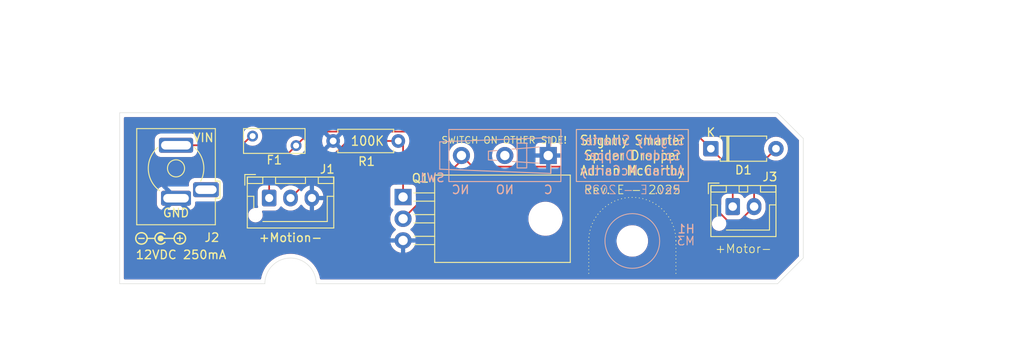
<source format=kicad_pcb>
(kicad_pcb (version 20241229) (generator "pcbnew") (generator_version "9.0")
  (title_block (title "Slightly Smarter Simple Spider Dropper") (date "2025-08-28") (rev "E") (company "Adrian McCarthy") (comment 1 "Improved clearance around J2 and J3") (comment 2 "Changed J2 to JST XH connector") (comment 3 "Added current-limiting resistor at base of Q2") (comment 4 "Switched to MOSFET design") (comment 5 "Changed index notch and added a mounting screw") (comment 6 "corrected footprint for power connector") (comment 7 "nudged diode away from corner"))
  (layers (0 "F.Cu" signal) (2 "B.Cu" signal) (13 "F.Paste" user) (15 "B.Paste" user) (5 "F.SilkS" user "F.Silkscreen") (7 "B.SilkS" user "B.Silkscreen") (1 "F.Mask" user) (3 "B.Mask" user) (25 "Edge.Cuts" user))
  (net 0 "")
  (net 1 "+12V")
  (net 2 "GND")
  (net 4 "/MOTOR+")
  (net 5 "/MOTOR-")
  (net 6 "/MOTION")
  (footprint "Diode_THT:D_A-405_P7.62mm_Horizontal" (layer "F.Cu") (at 179.09 102.5)
    (property "Reference" "D1" (at 3.81 2.5 0) (layer "F.SilkS"))
    (property "Value" "1N4001")
    (fp_line (start 1.09 -1.47) (end 6.53 -1.47) (stroke (width 0.12)) (layer "F.SilkS"))
    (fp_line (start 1.09 -1.14) (end 1.09 -1.47) (stroke (width 0.12)) (layer "F.SilkS"))
    (fp_line (start 1.09 1.14) (end 1.09 1.47) (stroke (width 0.12)) (layer "F.SilkS"))
    (fp_line (start 1.09 1.47) (end 6.53 1.47) (stroke (width 0.12)) (layer "F.SilkS"))
    (fp_line (start 1.87 -1.47) (end 1.87 1.47) (stroke (width 0.12)) (layer "F.SilkS"))
    (fp_line (start 1.99 -1.47) (end 1.99 1.47) (stroke (width 0.12)) (layer "F.SilkS"))
    (fp_line (start 2.11 -1.47) (end 2.11 1.47) (stroke (width 0.12)) (layer "F.SilkS"))
    (fp_line (start 6.53 -1.47) (end 6.53 -1.14) (stroke (width 0.12)) (layer "F.SilkS"))
    (fp_line (start 6.53 1.47) (end 6.53 1.14) (stroke (width 0.12)) (layer "F.SilkS"))
    (fp_text user "K" (at 0 -1.9 0) (layer "F.SilkS"))
    (pad "1" thru_hole roundrect (at 0 0) (size 1.8 1.8) (drill 0.9) (layers "*.Cu" "*.Mask") (roundrect_rratio 0.138889) (net 4 "/MOTOR+"))
    (pad "2" thru_hole circle (at 7.62 0) (size 1.8 1.8) (drill 0.9) (layers "*.Cu" "*.Mask") (net 5 "/MOTOR-"))
  )
  (footprint "Resistor_THT:R_Axial_DIN0207_L6.3mm_D2.5mm_P7.62mm_Horizontal" (layer "F.Cu") (at 142.51 101.6 180)
    (property "Reference" "R1" (at 3.71 -2.4 0) (layer "F.SilkS"))
    (property "Value" "100K")
    (fp_line (start 7.08 1.37) (end 7.08 1.04) (stroke (width 0.12)) (layer "F.SilkS"))
    (fp_line (start 7.08 -1.37) (end 7.08 -1.04) (stroke (width 0.12)) (layer "F.SilkS"))
    (fp_line (start 0.54 1.37) (end 7.08 1.37) (stroke (width 0.12)) (layer "F.SilkS"))
    (fp_line (start 0.54 1.04) (end 0.54 1.37) (stroke (width 0.12)) (layer "F.SilkS"))
    (fp_line (start 0.54 -1.04) (end 0.54 -1.37) (stroke (width 0.12)) (layer "F.SilkS"))
    (fp_line (start 0.54 -1.37) (end 7.08 -1.37) (stroke (width 0.12)) (layer "F.SilkS"))
    (pad "1" thru_hole circle (at 0 0 180) (size 1.6 1.6) (drill 0.8) (layers "*.Cu" "*.Mask") (net 6 "/MOTION"))
    (pad "2" thru_hole circle (at 7.62 0 180) (size 1.6 1.6) (drill 0.8) (layers "*.Cu" "*.Mask") (net 2 "GND"))
  )
  (footprint "aid_Connector:BarrelJack_SameSky(CUI)_PJ-044AH" (layer "F.Cu") (at 116.5 104.8)
    (property "Reference" "J2" (at 4.2 8.1 0) (layer "F.SilkS"))
    (property "Value" "PJ-044AH")
    (fp_line (start -4.6 -4.65) (end 4.6 -4.65) (stroke (width 0.12)) (layer "F.SilkS"))
    (fp_line (start -4.6 6.6) (end -4.6 -4.65) (stroke (width 0.12)) (layer "F.SilkS"))
    (fp_line (start 4.6 -4.65) (end 4.6 1.5) (stroke (width 0.12)) (layer "F.SilkS"))
    (fp_line (start 4.6 1.5) (end 5.15 1.5) (stroke (width 0.12)) (layer "F.SilkS"))
    (fp_line (start 4.6 3.5) (end 4.6 6.6) (stroke (width 0.12)) (layer "F.SilkS"))
    (fp_line (start 4.6 6.6) (end -4.6 6.6) (stroke (width 0.12)) (layer "F.SilkS"))
    (fp_line (start 5.15 1.5) (end 5.15 3.5) (stroke (width 0.12)) (layer "F.SilkS"))
    (fp_line (start 5.15 3.5) (end 4.6 3.5) (stroke (width 0.12)) (layer "F.SilkS"))
    (fp_arc (start -1.93 2.61) (mid -3.243103 0.138852) (end -2.146021 -2.435487) (stroke (width 0.12)) (layer "F.SilkS"))
    (fp_arc (start 2.13 -2.46) (mid 3.195087 -0.616373) (end 2.892228 1.491149) (stroke (width 0.12)) (layer "F.SilkS"))
    (fp_circle (center 0 0) (end 1 0) (stroke (width 0.12)) (fill no) (layer "F.SilkS"))
    (pad "1" thru_hole roundrect (at 0 -2.7) (size 4 1.75) (drill oval 3.5 1) (layers "*.Cu" "*.Mask") (roundrect_rratio 0.15) (net 1 "+12V"))
    (pad "2" thru_hole roundrect (at 0 3.5) (size 3.5 1.75) (drill oval 3 1) (layers "*.Cu" "*.Mask") (roundrect_rratio 0.15) (net 2 "GND"))
    (pad "3" thru_hole roundrect (at 3.5 2.5) (size 3 1.75) (drill oval 2.5 1) (layers "*.Cu" "*.Mask") (roundrect_rratio 0.15))
  )
  (footprint "Connector_JST:JST_XH_B2B-XH-AM_1x02_P2.50mm_Vertical" (layer "F.Cu") (at 181.65 109.275)
    (property "Reference" "J3" (at 4.35 -3.475 0) (layer "F.SilkS"))
    (property "Value" "JST_XH_2")
    (fp_line (start -2.85 -2.75) (end -2.85 -1.5) (stroke (width 0.12)) (layer "F.SilkS"))
    (fp_line (start -2.56 -2.46) (end -2.56 3.51) (stroke (width 0.12)) (layer "F.SilkS"))
    (fp_line (start -2.56 3.51) (end 5.06 3.51) (stroke (width 0.12)) (layer "F.SilkS"))
    (fp_line (start -2.55 -2.45) (end -2.55 -1.7) (stroke (width 0.12)) (layer "F.SilkS"))
    (fp_line (start -2.55 -1.7) (end -0.75 -1.7) (stroke (width 0.12)) (layer "F.SilkS"))
    (fp_line (start -2.55 -0.2) (end -1.8 -0.2) (stroke (width 0.12)) (layer "F.SilkS"))
    (fp_line (start -1.8 -0.2) (end -1.8 1.14) (stroke (width 0.12)) (layer "F.SilkS"))
    (fp_line (start -1.6 -2.75) (end -2.85 -2.75) (stroke (width 0.12)) (layer "F.SilkS"))
    (fp_line (start -0.75 -2.45) (end -2.55 -2.45) (stroke (width 0.12)) (layer "F.SilkS"))
    (fp_line (start -0.75 -1.7) (end -0.75 -2.45) (stroke (width 0.12)) (layer "F.SilkS"))
    (fp_line (start 0.75 -2.45) (end 0.75 -1.7) (stroke (width 0.12)) (layer "F.SilkS"))
    (fp_line (start 0.75 -1.7) (end 1.75 -1.7) (stroke (width 0.12)) (layer "F.SilkS"))
    (fp_line (start 1.25 2.75) (end -0.74 2.75) (stroke (width 0.12)) (layer "F.SilkS"))
    (fp_line (start 1.75 -2.45) (end 0.75 -2.45) (stroke (width 0.12)) (layer "F.SilkS"))
    (fp_line (start 1.75 -1.7) (end 1.75 -2.45) (stroke (width 0.12)) (layer "F.SilkS"))
    (fp_line (start 3.25 -2.45) (end 3.25 -1.7) (stroke (width 0.12)) (layer "F.SilkS"))
    (fp_line (start 3.25 -1.7) (end 5.05 -1.7) (stroke (width 0.12)) (layer "F.SilkS"))
    (fp_line (start 4.3 -0.2) (end 4.3 2.75) (stroke (width 0.12)) (layer "F.SilkS"))
    (fp_line (start 4.3 2.75) (end 1.25 2.75) (stroke (width 0.12)) (layer "F.SilkS"))
    (fp_line (start 5.05 -2.45) (end 3.25 -2.45) (stroke (width 0.12)) (layer "F.SilkS"))
    (fp_line (start 5.05 -1.7) (end 5.05 -2.45) (stroke (width 0.12)) (layer "F.SilkS"))
    (fp_line (start 5.05 -0.2) (end 4.3 -0.2) (stroke (width 0.12)) (layer "F.SilkS"))
    (fp_line (start 5.06 -2.46) (end -2.56 -2.46) (stroke (width 0.12)) (layer "F.SilkS"))
    (fp_line (start 5.06 3.51) (end 5.06 -2.46) (stroke (width 0.12)) (layer "F.SilkS"))
    (pad "" np_thru_hole circle (at -1.6 2) (size 1.2 1.2) (drill 1.2) (layers "*.Cu" "*.Mask"))
    (pad "1" thru_hole roundrect (at 0 0) (size 1.7 2) (drill 1) (layers "*.Cu" "*.Mask") (roundrect_rratio 0.147059) (net 4 "/MOTOR+"))
    (pad "2" thru_hole oval (at 2.5 0) (size 1.7 2) (drill 1) (layers "*.Cu" "*.Mask") (net 5 "/MOTOR-"))
  )
  (footprint "Package_TO_SOT_THT:TO-220-3_Horizontal_TabDown" (layer "F.Cu") (at 143.07 108.16 -90)
    (property "Reference" "Q1" (at -2.2 -2.03 180) (layer "F.SilkS"))
    (property "Value" "IRLZ34N")
    (fp_line (start -2.57 -3.7) (end 7.65 -3.7) (stroke (width 0.12)) (layer "F.SilkS"))
    (fp_line (start -2.57 -3.7) (end -2.57 -19.57) (stroke (width 0.12)) (layer "F.SilkS"))
    (fp_line (start -0.485 -3.7) (end -0.485 -1.26) (stroke (width 0.12)) (layer "F.SilkS"))
    (fp_line (start 0.485 -3.7) (end 0.485 -1.26) (stroke (width 0.12)) (layer "F.SilkS"))
    (fp_line (start 2.055 -3.7) (end 2.055 -1.26) (stroke (width 0.12)) (layer "F.SilkS"))
    (fp_line (start 3.025 -3.7) (end 3.025 -1.26) (stroke (width 0.12)) (layer "F.SilkS"))
    (fp_line (start 4.595 -3.7) (end 4.595 -1.26) (stroke (width 0.12)) (layer "F.SilkS"))
    (fp_line (start 5.565 -3.7) (end 5.565 -1.26) (stroke (width 0.12)) (layer "F.SilkS"))
    (fp_line (start 7.65 -3.7) (end 7.65 -19.57) (stroke (width 0.12)) (layer "F.SilkS"))
    (fp_line (start -2.57 -19.57) (end 7.65 -19.57) (stroke (width 0.12)) (layer "F.SilkS"))
    (pad "" np_thru_hole circle (at 2.54 -16.66 270) (size 3.5 3.5) (drill 3.5) (layers "*.Cu" "*.Mask"))
    (pad "1" thru_hole rect (at 0 0 270) (size 1.905 2) (drill 1.1) (layers "*.Cu" "*.Mask") (net 6 "/MOTION"))
    (pad "2" thru_hole oval (at 2.54 0 270) (size 1.905 2) (drill 1.1) (layers "*.Cu" "*.Mask") (net 5 "/MOTOR-"))
    (pad "3" thru_hole oval (at 5.08 0 270) (size 1.905 2) (drill 1.1) (layers "*.Cu" "*.Mask") (net 2 "GND"))
  )
  (footprint "aid_Switch:Fuse_BelFuse_0ZRC_L7.4mm_W3.1mm" (layer "F.Cu") (at 125.46 101.03)
    (property "Reference" "F1" (at 2.54 2.8 0) (layer "F.SilkS"))
    (property "Value" "PTC 250mA")
    (fp_line (start -1.06 -0.88) (end -1.06 2.02) (stroke (width 0.12)) (layer "F.SilkS"))
    (fp_line (start -1.06 -0.88) (end 6.14 -0.88) (stroke (width 0.12)) (layer "F.SilkS"))
    (fp_line (start -1.06 2.02) (end 6.14 2.02) (stroke (width 0.12)) (layer "F.SilkS"))
    (fp_line (start 6.14 -0.88) (end 6.14 2.02) (stroke (width 0.12)) (layer "F.SilkS"))
    (pad "1" thru_hole circle (at 0 0) (size 1.27 1.27) (drill 0.71) (layers "*.Cu" "*.Mask") (net 1 "+12V"))
    (pad "2" thru_hole circle (at 5.09 1.11) (size 1.27 1.27) (drill 0.71) (layers "*.Cu" "*.Mask") (net 4 "/MOTOR+"))
  )
  (footprint "aid_Symbols_Icons:PolarityCenterPositive_6x1.5mm_Silkscreen" (layer "F.Cu") (at 114.7 113)
    (property "Reference" "G1" (hide yes))
    (property "Value" "PolarityCenterPositive" (hide yes))
    (fp_poly (pts (xy -1.872105 0.075009) (xy -2.622197 0.075009) (xy -2.622197 -0.075009) (xy -1.872105 -0.075009)) (fill yes) (layer "F.SilkS"))
    (fp_poly (pts (xy 2.325286 -0.075009) (xy 2.625323 -0.075009) (xy 2.625323 0.075009) (xy 2.325286 0.075009) (xy 2.325286 0.375046) (xy 2.175268 0.375046) (xy 2.175268 0.075009) (xy 1.875231 0.075009) (xy 1.875231 -0.074949) (xy 2.024468 -0.07576) (xy 2.173705 -0.076572) (xy 2.174517 -0.225809) (xy 2.175328 -0.375046) (xy 2.325286 -0.375046)) (fill yes) (layer "F.SilkS"))
    (fp_poly (pts (xy 2.266059 -0.748484) (xy 2.294003 -0.747832) (xy 2.320083 -0.746707) (xy 2.34295 -0.745117) (xy 2.361254 -0.743074) (xy 2.362791 -0.742843) (xy 2.431182 -0.729304) (xy 2.496827 -0.710358) (xy 2.559497 -0.686216) (xy 2.618963 -0.657089) (xy 2.674995 -0.623189) (xy 2.727366 -0.584725) (xy 2.775847 -0.541909) (xy 2.820207 -0.494952) (xy 2.86022 -0.444064) (xy 2.895655 -0.389456) (xy 2.926283 -0.331341) (xy 2.951877 -0.269927) (xy 2.972206 -0.205426) (xy 2.979834 -0.174298) (xy 2.986687 -0.141096) (xy 2.991731 -0.110257) (xy 2.99517 -0.079819) (xy 2.997206 -0.047819) (xy 2.998045 -0.012297) (xy 2.998093 0.001562) (xy 2.997174 0.046172) (xy 2.994321 0.086902) (xy 2.98927 0.125893) (xy 2.981759 0.165289) (xy 2.973936 0.19801) (xy 2.954102 0.262886) (xy 2.928838 0.324867) (xy 2.898377 0.383701) (xy 2.862957 0.439131) (xy 2.822812 0.490904) (xy 2.778177 0.538765) (xy 2.729288 0.58246) (xy 2.67638 0.621735) (xy 2.619688 0.656334) (xy 2.559448 0.686004) (xy 2.501871 0.708462) (xy 2.474732 0.716921) (xy 2.443642 0.725149) (xy 2.410892 0.732603) (xy 2.378773 0.738738) (xy 2.36502 0.740941) (xy 2.348258 0.743004) (xy 2.327641 0.744868) (xy 2.304564 0.746472) (xy 2.280422 0.747755) (xy 2.256612 0.748656) (xy 2.234528 0.749113) (xy 2.215567 0.749066) (xy 2.201123 0.748452) (xy 2.198708 0.748237) (xy 2.162278 0.744257) (xy 2.13072 0.740131) (xy 2.102659 0.735602) (xy 2.076718 0.730413) (xy 2.051521 0.724309) (xy 2.025691 0.717033) (xy 2.017127 0.714434) (xy 1.953748 0.69172) (xy 1.893365 0.663666) (xy 1.836251 0.63054) (xy 1.782679 0.592606) (xy 1.732922 0.55013) (xy 1.687254 0.503377) (xy 1.645947 0.452614) (xy 1.609274 0.398104) (xy 1.577508 0.340114) (xy 1.550923 0.27891) (xy 1.541126 0.251593) (xy 1.52446 0.19599) (xy 1.512139 0.141447) (xy 1.506192 0.103919) (xy 1.502492 0.075009) (xy 0.923044 0.075009) (xy 0.849831 0.075017) (xy 0.782643 0.07504) (xy 0.721254 0.075082) (xy 0.665437 0.075142) (xy 0.614966 0.075223) (xy 0.569616 0.075327) (xy 0.52916 0.075454) (xy 0.493373 0.075606) (xy 0.462028 0.075785) (xy 0.4349 0.075993) (xy 0.411762 0.07623) (xy 0.392387 0.076499) (xy 0.376551 0.0768) (xy 0.364027 0.077136) (xy 0.354589 0.077508) (xy 0.348011 0.077917) (xy 0.344067 0.078365) (xy 0.342531 0.078854) (xy 0.342498 0.078916) (xy 0.330708 0.116437) (xy 0.317605 0.149178) (xy 0.302511 0.178576) (xy 0.284744 0.206068) (xy 0.278281 0.214834) (xy 0.249018 0.248459) (xy 0.216282 0.277268) (xy 0.180606 0.301248) (xy 0.142519 0.320383) (xy 0.102552 0.334659) (xy 0.061236 0.344061) (xy 0.019102 0.348575) (xy -0.02332 0.348186) (xy -0.065499 0.34288) (xy -0.106904 0.332642) (xy -0.147004 0.317458) (xy -0.185268 0.297313) (xy -0.221167 0.272193) (xy -0.254168 0.242082) (xy -0.265502 0.229716) (xy -0.292145 0.194553) (xy -0.313738 0.156296) (xy -0.330239 0.115589) (xy -0.341607 0.073077) (xy -0.347801 0.029405) (xy -0.348486 -0.001563) (xy 1.66583 -0.001563) (xy 1.668677 0.0613) (xy 1.677201 0.12162) (xy 1.691381 0.17934) (xy 1.711193 0.234403) (xy 1.736615 0.286753) (xy 1.767623 0.336333) (xy 1.804195 0.383085) (xy 1.833038 0.414044) (xy 1.87735 0.454087) (xy 1.925094 0.488985) (xy 1.975952 0.518593) (xy 2.029606 0.542767) (xy 2.085738 0.561363) (xy 2.144031 0.574235) (xy 2.200599 0.580994) (xy 2.215251 0.582054) (xy 2.227861 0.582978) (xy 2.236967 0.583659) (xy 2.240901 0.583969) (xy 2.245576 0.583906) (xy 2.255234 0.583447) (xy 2.268624 0.582664) (xy 2.284497 0.581626) (xy 2.290907 0.58118) (xy 2.35238 0.573884) (xy 2.411341 0.560997) (xy 2.46754 0.542738) (xy 2.520727 0.519322) (xy 2.570653 0.490967) (xy 2.617068 0.45789) (xy 2.659721 0.420307) (xy 2.698365 0.378435) (xy 2.732748 0.332491) (xy 2.762621 0.282691) (xy 2.787734 0.229252) (xy 2.807837 0.172392) (xy 2.820877 0.121167) (xy 2.82526 0.095085) (xy 2.828528 0.064638) (xy 2.830625 0.031622) (xy 2.831497 -0.002167) (xy 2.83109 -0.034935) (xy 2.829347 -0.064886) (xy 2.827137 -0.084386) (xy 2.815297 -0.1459) (xy 2.798112 -0.204262) (xy 2.775619 -0.259401) (xy 2.74785 -0.311246) (xy 2.714841 -0.359728) (xy 2.676627 -0.404774) (xy 2.664469 -0.417291) (xy 2.620509 -0.456865) (xy 2.573086 -0.49132) (xy 2.522484 -0.520544) (xy 2.468986 -0.544423) (xy 2.412874 -0.562842) (xy 2.354432 -0.575689) (xy 2.293943 -0.58285) (xy 2.248056 -0.584421) (xy 2.18702 -0.581455) (xy 2.127833 -0.572776) (xy 2.070801 -0.558601) (xy 2.01623 -0.539143) (xy 1.964425 -0.514617) (xy 1.915692 -0.485237) (xy 1.870337 -0.451217) (xy 1.828666 -0.412773) (xy 1.790983 -0.370118) (xy 1.757596 -0.323466) (xy 1.728809 -0.273033) (xy 1.704928 -0.219033) (xy 1.697399 -0.198199) (xy 1.684156 -0.154624) (xy 1.674738 -0.112268) (xy 1.668826 -0.069142) (xy 1.666102 -0.023259) (xy 1.66583 -0.001563) (xy -0.348486 -0.001563) (xy -0.348779 -0.014782) (xy -0.3445 -0.058839) (xy -0.334923 -0.102122) (xy -0.320006 -0.143985) (xy -0.299708 -0.183784) (xy -0.292731 -0.194967) (xy -0.265288 -0.231495) (xy -0.233676 -0.263564) (xy -0.198325 -0.290944) (xy -0.159666 -0.313407) (xy -0.11813 -0.330725) (xy -0.074149 -0.342668) (xy -0.028154 -0.34901) (xy -0.00023 -0.350031) (xy 0.048071 -0.347176) (xy 0.093755 -0.338645) (xy 0.136836 -0.324433) (xy 0.177327 -0.304535) (xy 0.215242 -0.278945) (xy 0.246102 -0.252086) (xy 0.273129 -0.222861) (xy 0.295853 -0.191523) (xy 0.314804 -0.157119) (xy 0.330511 -0.118702) (xy 0.342572 -0.078916) (xy 0.343822 -0.078422) (xy 0.347451 -0.077969) (xy 0.353687 -0.077556) (xy 0.362755 -0.077179) (xy 0.374881 -0.076839) (xy 0.390291 -0.076534) (xy 0.409212 -0.076261) (xy 0.43187 -0.07602) (xy 0.45849 -0.075809) (xy 0.489299 -0.075627) (xy 0.524523 -0.075471) (xy 0.564389 -0.075341) (xy 0.609121 -0.075235) (xy 0.658946 -0.075151) (xy 0.714091 -0.075088) (xy 0.774781 -0.075045) (xy 0.841242 -0.075019) (xy 0.913702 -0.07501) (xy 0.922778 -0.075009) (xy 1.50196 -0.075009) (xy 1.507646 -0.11463) (xy 1.520061 -0.180311) (xy 1.538086 -0.244302) (xy 1.561474 -0.30615) (xy 1.589981 -0.365403) (xy 1.623359 -0.421609) (xy 1.661361 -0.474316) (xy 1.703742 -0.523073) (xy 1.750256 -0.567426) (xy 1.758029 -0.574054) (xy 1.811537 -0.615144) (xy 1.867727 -0.650788) (xy 1.926814 -0.681079) (xy 1.989013 -0.706112) (xy 2.054539 -0.725981) (xy 2.123605 -0.740781) (xy 2.145577 -0.744326) (xy 2.162612 -0.746177) (xy 2.184526 -0.74751) (xy 2.209971 -0.748332) (xy 2.237598 -0.748654)) (fill yes) (layer "F.SilkS"))
    (fp_poly (pts (xy 0.078405 -0.745137) (xy 0.143275 -0.735285) (xy 0.207277 -0.719769) (xy 0.269817 -0.698761) (xy 0.330303 -0.672434) (xy 0.388142 -0.640961) (xy 0.442741 -0.604516) (xy 0.446461 -0.601757) (xy 0.481498 -0.57385) (xy 0.515917 -0.543128) (xy 0.54846 -0.510848) (xy 0.57787 -0.478264) (xy 0.602886 -0.446632) (xy 0.605374 -0.443184) (xy 0.615361 -0.429192) (xy 0.54968 -0.383179) (xy 0.531814 -0.370767) (xy 0.515595 -0.359699) (xy 0.50173 -0.350441) (xy 0.490928 -0.34346) (xy 0.483897 -0.339224) (xy 0.481396 -0.338135) (xy 0.478323 -0.340968) (xy 0.472796 -0.347449) (xy 0.466159 -0.35598) (xy 0.430696 -0.398296) (xy 0.390345 -0.437352) (xy 0.345783 -0.472735) (xy 0.297688 -0.50403) (xy 0.246737 -0.530822) (xy 0.193609 -0.552697) (xy 0.13898 -0.569241) (xy 0.105769 -0.576434) (xy 0.072358 -0.581191) (xy 0.035309 -0.584082) (xy -0.003194 -0.585069) (xy -0.040962 -0.584117) (xy -0.07581 -0.581191) (xy -0.087511 -0.579603) (xy -0.146146 -0.567594) (xy -0.202416 -0.549987) (xy -0.256029 -0.527077) (xy -0.306694 -0.499162) (xy -0.35412 -0.466539) (xy -0.398018 -0.429504) (xy -0.438095 -0.388356) (xy -0.474061 -0.343391) (xy -0.505625 -0.294905) (xy -0.532496 -0.243196) (xy -0.554384 -0.188561) (xy -0.570998 -0.131298) (xy -0.581592 -0.075009) (xy -0.583619 -0.054715) (xy -0.584801 -0.030101) (xy -0.585157 -0.00304) (xy -0.584703 0.024597) (xy -0.583459 0.050937) (xy -0.581441 0.074109) (xy -0.580077 0.084384) (xy -0.567835 0.143987) (xy -0.550013 0.201349) (xy -0.526851 0.256113) (xy -0.498588 0.307923) (xy -0.465463 0.356421) (xy -0.427713 0.401251) (xy -0.385578 0.442056) (xy -0.339297 0.478479) (xy -0.298997 0.504488) (xy -0.244575 0.532961) (xy -0.188599 0.555467) (xy -0.131374 0.571971) (xy -0.073207 0.582441) (xy -0.014406 0.586844) (xy 0.044725 0.585148) (xy 0.103878 0.57732) (xy 0.162746 0.563328) (xy 0.185509 0.55621) (xy 0.242468 0.534056) (xy 0.295737 0.506865) (xy 0.345401 0.474576) (xy 0.391546 0.437131) (xy 0.43426 0.394469) (xy 0.457049 0.367861) (xy 0.469021 0.353593) (xy 0.477723 0.344401) (xy 0.483311 0.340131) (xy 0.485493 0.340017) (xy 0.488992 0.342523) (xy 0.496866 0.348068) (xy 0.50836 0.356121) (xy 0.522716 0.366153) (xy 0.53918 0.377634) (xy 0.550849 0.385761) (xy 0.568057 0.397809) (xy 0.583418 0.408701) (xy 0.596228 0.417926) (xy 0.605785 0.424975) (xy 0.611386 0.429338) (xy 0.612576 0.430517) (xy 0.610815 0.433634) (xy 0.606088 0.440522) (xy 0.59923 0.449986) (xy 0.594917 0.455771) (xy 0.553963 0.505125) (xy 0.508154 0.551086) (xy 0.458153 0.593181) (xy 0.404626 0.630937) (xy 0.348236 0.663879) (xy 0.289648 0.691535) (xy 0.236564 0.711199) (xy 0.169195 0.729819) (xy 0.101648 0.742234) (xy 0.034133 0.74846) (xy -0.03314 0.748512) (xy -0.09996 0.742407) (xy -0.166116 0.730159) (xy -0.231398 0.711785) (xy -0.295596 0.6873) (xy -0.335284 0.668796) (xy -0.394066 0.635975) (xy -0.449237 0.598241) (xy -0.500547 0.55594) (xy -0.547745 0.509418) (xy -0.590578 0.459022) (xy -0.628797 0.405098) (xy -0.662149 0.347991) (xy -0.690383 0.288048) (xy -0.713249 0.225614) (xy -0.730495 0.161037) (xy -0.739543 0.111732) (xy -0.744992 0.075009) (xy -1.122377 0.075009) (xy -1.178898 0.075013) (xy -1.229497 0.075026) (xy -1.2745 0.075055) (xy -1.314238 0.075104) (xy -1.349036 0.075177) (xy -1.379225 0.07528) (xy -1.405131 0.075416) (xy -1.427082 0.075591) (xy -1.445408 0.07581) (xy -1.460435 0.076076) (xy -1.472492 0.076396) (xy -1.481908 0.076773) (xy -1.489009 0.077213) (xy -1.494125 0.07772) (xy -1.497582 0.078299) (xy -1.49971 0.078954) (xy -1.500837 0.07969) (xy -1.50128 0.080478) (xy -1.502429 0.086457) (xy -1.503824 0.096234) (xy -1.504829 0.1047) (xy -1.511313 0.147274) (xy -1.521614 0.192661) (xy -1.535207 0.239181) (xy -1.551564 0.285152) (xy -1.570159 0.328895) (xy -1.5837 0.356294) (xy -1.618035 0.414953) (xy -1.656949 0.469458) (xy -1.700208 0.519646) (xy -1.74758 0.565354) (xy -1.798832 0.606418) (xy -1.853731 0.642677) (xy -1.912046 0.673966) (xy -1.973542 0.700123) (xy -2.037988 0.720986) (xy -2.105151 0.73639) (xy -2.132862 0.741008) (xy -2.149443 0.743044) (xy -2.169907 0.744887) (xy -2.192859 0.746475) (xy -2.216903 0.747747) (xy -2.240644 0.748644) (xy -2.262686 0.749104) (xy -2.281633 0.749065) (xy -2.29609 0.748469) (xy -2.29872 0.748237) (xy -2.335089 0.744269) (xy -2.366608 0.74015) (xy -2.394679 0.735601) (xy -2.420703 0.730345) (xy -2.446079 0.724103) (xy -2.472208 0.716599) (xy -2.495619 0.709163) (xy -2.557795 0.685483) (xy -2.617262 0.656296) (xy -2.673688 0.621876) (xy -2.726741 0.582496) (xy -2.776088 0.538432) (xy -2.821397 0.489957) (xy -2.862337 0.437345) (xy -2.898575 0.38087) (xy -2.903107 0.372932) (xy -2.928555 0.32244) (xy -2.950678 0.267637) (xy -2.969067 0.20974) (xy -2.983314 0.149965) (xy -2.989407 0.115639) (xy -2.992574 0.089635) (xy -2.994847 0.059242) (xy -2.996196 0.026262) (xy -2.996497 0.000621) (xy -2.831572 0.000621) (xy -2.828608 0.062216) (xy -2.819704 0.122162) (xy -2.804957 0.180198) (xy -2.784463 0.236067) (xy -2.758318 0.289509) (xy -2.72662 0.340263) (xy -2.689463 0.388071) (xy -2.686468 0.391521) (xy -2.6477 0.431167) (xy -2.604466 0.466851) (xy -2.557353 0.498289) (xy -2.506952 0.525195) (xy -2.45385 0.547281) (xy -2.398638 0.564263) (xy -2.341903 0.575855) (xy -2.295906 0.581049) (xy -2.281439 0.582099) (xy -2.269018 0.58301) (xy -2.260131 0.583673) (xy -2.256527 0.583954) (xy -2.251829 0.583894) (xy -2.24217 0.583453) (xy -2.228825 0.582699) (xy -2.213069 0.581701) (xy -2.207847 0.581349) (xy -2.146458 0.574208) (xy -2.087563 0.561483) (xy -2.031415 0.543407) (xy -1.978263 0.520211) (xy -1.928361 0.492126) (xy -1.881959 0.459386) (xy -1.839309 0.422221) (xy -1.800662 0.380863) (xy -1.766269 0.335545) (xy -1.736383 0.286498) (xy -1.711255 0.233953) (xy -1.691136 0.178144) (xy -1.676277 0.119301) (xy -1.670471 0.085948) (xy -1.667725 0.060949) (xy -1.666051 0.03186) (xy -1.665448 0.000672) (xy -1.665914 -0.030627) (xy -1.66745 -0.060046) (xy -1.670054 -0.085594) (xy -1.670536 -0.088967) (xy -1.68255 -0.149517) (xy -1.699997 -0.207293) (xy -1.722744 -0.262066) (xy -1.75066 -0.31361) (xy -1.78361 -0.361695) (xy -1.821464 -0.406094) (xy -1.864088 -0.446579) (xy -1.891077 -0.468278) (xy -1.93982 -0.501223) (xy -1.991692 -0.528871) (xy -2.046306 -0.551098) (xy -2.103279 -0.567777) (xy -2.162225 -0.578783) (xy -2.22276 -0.58399) (xy -2.24653 -0.584421) (xy -2.308709 -0.581492) (xy -2.368897 -0.572848) (xy -2.426838 -0.558592) (xy -2.482275 -0.538827) (xy -2.534952 -0.513654) (xy -2.58461 -0.483177) (xy -2.630995 -0.447497) (xy -2.662475 -0.41839) (xy -2.702815 -0.37387) (xy -2.737791 -0.326194) (xy -2.767339 -0.275524) (xy -2.791394 -0.222019) (xy -2.80989 -0.165839) (xy -2.822765 -0.107145) (xy -2.829953 -0.046095) (xy -2.831572 0.000621) (xy -2.996497 0.000621) (xy -2.996593 -0.007503) (xy -2.996006 -0.040252) (xy -2.994406 -0.070182) (xy -2.992781 -0.087511) (xy -2.981856 -0.156675) (xy -2.965396 -0.223152) (xy -2.943606 -0.286727) (xy -2.91669 -0.347189) (xy -2.884852 -0.404324) (xy -2.848299 -0.457919) (xy -2.807234 -0.507762) (xy -2.761861 -0.55364) (xy -2.712387 -0.595339) (xy -2.659015 -0.632648) (xy -2.60195 -0.665352) (xy -2.541396 -0.69324) (xy -2.47756 -0.716098) (xy -2.410644 -0.733713) (xy -2.36279 -0.742699) (xy -2.342167 -0.745179) (xy -2.316775 -0.74701) (xy -2.288064 -0.748191) (xy -2.257484 -0.74872) (xy -2.226484 -0.748596) (xy -2.196512 -0.747819) (xy -2.169018 -0.746387) (xy -2.14545 -0.744299) (xy -2.134637 -0.742863) (xy -2.065221 -0.729153) (xy -1.998767 -0.710054) (xy -1.935433 -0.685667) (xy -1.875376 -0.656089) (xy -1.818755 -0.621421) (xy -1.765727 -0.58176) (xy -1.71645 -0.537206) (xy -1.671083 -0.487859) (xy -1.629782 -0.433816) (xy -1.620629 -0.420364) (xy -1.59342 -0.375157) (xy -1.568703 -0.325524) (xy -1.547047 -0.272991) (xy -1.529024 -0.219079) (xy -1.515205 -0.165313) (xy -1.506474 -0.115639) (xy -1.504685 -0.102542) (xy -1.50302 -0.091129) (xy -1.501767 -0.083365) (xy -1.501516 -0.082042) (xy -1.500065 -0.075009) (xy -0.744649 -0.075009) (xy -0.74246 -0.094543) (xy -0.738922 -0.119038) (xy -0.733544 -0.147234) (xy -0.726801 -0.177025) (xy -0.719171 -0.206306) (xy -0.711131 -0.232973) (xy -0.711039 -0.233253) (xy -0.687193 -0.296454) (xy -0.658235 -0.356312) (xy -0.623998 -0.413094) (xy -0.584311 -0.467066) (xy -0.539006 -0.518495) (xy -0.514335 -0.543204) (xy -0.463917 -0.587435) (xy -0.409939 -0.626608) (xy -0.35267 -0.660604) (xy -0.292384 -0.689303) (xy -0.22935 -0.712586) (xy -0.16384 -0.730332) (xy -0.096125 -0.742424) (xy -0.051569 -0.747154) (xy 0.01326 -0.749151)) (fill yes) (layer "F.SilkS"))
  )
  (footprint "Connector_JST:JST_XH_B3B-XH-AM_1x03_P2.50mm_Vertical" (layer "F.Cu") (at 127.4 108.275)
    (property "Reference" "J1" (at 6.8 -3.375 0) (layer "F.SilkS"))
    (property "Value" "JST_XH_3")
    (fp_line (start -2.85 -2.75) (end -2.85 -1.5) (stroke (width 0.12)) (layer "F.SilkS"))
    (fp_line (start -2.56 -2.46) (end -2.56 3.51) (stroke (width 0.12)) (layer "F.SilkS"))
    (fp_line (start -2.56 3.51) (end 7.56 3.51) (stroke (width 0.12)) (layer "F.SilkS"))
    (fp_line (start -2.55 -2.45) (end -2.55 -1.7) (stroke (width 0.12)) (layer "F.SilkS"))
    (fp_line (start -2.55 -1.7) (end -0.75 -1.7) (stroke (width 0.12)) (layer "F.SilkS"))
    (fp_line (start -2.55 -0.2) (end -1.8 -0.2) (stroke (width 0.12)) (layer "F.SilkS"))
    (fp_line (start -1.8 -0.2) (end -1.8 1.14) (stroke (width 0.12)) (layer "F.SilkS"))
    (fp_line (start -1.6 -2.75) (end -2.85 -2.75) (stroke (width 0.12)) (layer "F.SilkS"))
    (fp_line (start -0.75 -2.45) (end -2.55 -2.45) (stroke (width 0.12)) (layer "F.SilkS"))
    (fp_line (start -0.75 -1.7) (end -0.75 -2.45) (stroke (width 0.12)) (layer "F.SilkS"))
    (fp_line (start 0.75 -2.45) (end 0.75 -1.7) (stroke (width 0.12)) (layer "F.SilkS"))
    (fp_line (start 0.75 -1.7) (end 4.25 -1.7) (stroke (width 0.12)) (layer "F.SilkS"))
    (fp_line (start 2.5 2.75) (end -0.74 2.75) (stroke (width 0.12)) (layer "F.SilkS"))
    (fp_line (start 4.25 -2.45) (end 0.75 -2.45) (stroke (width 0.12)) (layer "F.SilkS"))
    (fp_line (start 4.25 -1.7) (end 4.25 -2.45) (stroke (width 0.12)) (layer "F.SilkS"))
    (fp_line (start 5.75 -2.45) (end 5.75 -1.7) (stroke (width 0.12)) (layer "F.SilkS"))
    (fp_line (start 5.75 -1.7) (end 7.55 -1.7) (stroke (width 0.12)) (layer "F.SilkS"))
    (fp_line (start 6.8 -0.2) (end 6.8 2.75) (stroke (width 0.12)) (layer "F.SilkS"))
    (fp_line (start 6.8 2.75) (end 2.5 2.75) (stroke (width 0.12)) (layer "F.SilkS"))
    (fp_line (start 7.55 -2.45) (end 5.75 -2.45) (stroke (width 0.12)) (layer "F.SilkS"))
    (fp_line (start 7.55 -1.7) (end 7.55 -2.45) (stroke (width 0.12)) (layer "F.SilkS"))
    (fp_line (start 7.55 -0.2) (end 6.8 -0.2) (stroke (width 0.12)) (layer "F.SilkS"))
    (fp_line (start 7.56 -2.46) (end -2.56 -2.46) (stroke (width 0.12)) (layer "F.SilkS"))
    (fp_line (start 7.56 3.51) (end 7.56 -2.46) (stroke (width 0.12)) (layer "F.SilkS"))
    (pad "" np_thru_hole circle (at -1.6 2) (size 1.2 1.2) (drill 1.2) (layers "*.Cu" "*.Mask"))
    (pad "1" thru_hole roundrect (at 0 0) (size 1.7 1.95) (drill 0.95) (layers "*.Cu" "*.Mask") (roundrect_rratio 0.147059) (net 4 "/MOTOR+"))
    (pad "2" thru_hole oval (at 2.5 0) (size 1.7 1.95) (drill 0.95) (layers "*.Cu" "*.Mask") (net 6 "/MOTION"))
    (pad "3" thru_hole oval (at 5 0) (size 1.7 1.95) (drill 0.95) (layers "*.Cu" "*.Mask") (net 2 "GND"))
  )
  (footprint "MountingHole:MountingHole_3.2mm_M3" (layer "B.Cu") (at 169.9 113.3)
    (property "Reference" "H1" (at 6.3 -1.4 180) (layer "B.SilkS") (effects (justify mirror)))
    (property "Value" "M3")
    (pad "" np_thru_hole circle (at 0 0) (size 3.2 3.2) (drill 3.2) (layers "*.Cu" "*.Mask"))
  )
  (footprint "aid_Switch:SW_SPDT_THT_ZX_Microswitch_P5.08mm" (layer "B.Cu") (at 160.06 103.3 180)
    (property "Reference" "SW1" (at 13.66 -2.6 0) (layer "B.SilkS") (effects (justify mirror)))
    (property "Value" "ZX40E20C01")
    (fp_line (start 12.7 1.6) (end 12.7 -1.6) (stroke (width 0.12)) (layer "B.SilkS"))
    (fp_line (start 12.7 1.6) (end -0.3 2.1) (stroke (width 0.12)) (layer "B.SilkS"))
    (fp_line (start 12.7 -1.6) (end -0.3 -2.1) (stroke (width 0.12)) (layer "B.SilkS"))
    (fp_line (start 7 0.5) (end 7 -0.5) (stroke (width 0.12)) (layer "B.SilkS"))
    (fp_line (start 7 -0.5) (end 6.01 -0.58) (stroke (width 0.12)) (layer "B.SilkS"))
    (fp_line (start 6 0.59) (end 7 0.5) (stroke (width 0.12)) (layer "B.SilkS"))
    (fp_line (start 1.1 0.99) (end 4.25 0.75) (stroke (width 0.12)) (layer "B.SilkS"))
    (fp_line (start 1.1 -0.9) (end 4.2 -0.7) (stroke (width 0.12)) (layer "B.SilkS"))
    (fp_line (start -0.3 1.1) (end -0.3 2.1) (stroke (width 0.12)) (layer "B.SilkS"))
    (fp_line (start -0.3 -1.1) (end -0.3 -2.1) (stroke (width 0.12)) (layer "B.SilkS"))
    (fp_line (start -0.3 -2.1) (end -0.3 -1.1) (stroke (width 0.12)) (layer "B.SilkS"))
    (fp_rect (start 11.628 3.048) (end -1.478 -3.048) (stroke (width 0.12)) (fill no) (layer "B.SilkS"))
    (fp_rect (start 2.52 1.45) (end 3.64 -1.45) (stroke (width 0.12)) (fill no) (layer "B.SilkS"))
    (fp_text user "NC" (at 10.26 -4 0) (layer "B.SilkS") (effects (justify mirror)))
    (fp_text user "NO" (at 5.08 -4 0) (layer "B.SilkS") (effects (justify mirror)))
    (fp_text user "C" (at 0 -4 0) (layer "B.SilkS") (effects (justify mirror)))
    (pad "1" thru_hole rect (at 0 0 180) (size 2 2) (drill 1.1) (layers "*.Cu" "*.Mask") (net 2 "GND"))
    (pad "2" thru_hole circle (at 5.08 0 180) (size 2 2) (drill 1.1) (layers "*.Cu" "*.Mask"))
    (pad "3" thru_hole circle (at 10.16 0 180) (size 2 2) (drill 1.1) (layers "*.Cu" "*.Mask") (net 5 "/MOTOR-"))
  )
  (gr_line (start 175 113.3) (end 175 117.1) (stroke (width 0.1) (type dot)) (layer "F.SilkS"))
  (gr_arc (start 164.8 113.3) (mid 169.9 108.2) (end 175 113.3) (stroke (width 0.1) (type dot)) (layer "F.SilkS"))
  (gr_line (start 164.8 113.3) (end 164.8 117.1) (stroke (width 0.1) (type dot)) (layer "F.SilkS"))
  (gr_rect (start 163.35 100.25) (end 176.45 106.35) (stroke (width 0.1)) (fill no) (layer "F.SilkS"))
  (gr_circle (center 169.9 113.3) (end 173.1 113.3) (stroke (width 0.1)) (fill no) (layer "B.SilkS"))
  (gr_rect (start 163.35 100.25) (end 176.45 106.35) (stroke (width 0.1)) (fill no) (layer "B.SilkS"))
  (gr_line (start 132.9 118.3) (end 186.9 118.3) (stroke (width 0.05)) (layer "Edge.Cuts"))
  (gr_line (start 189.9 101.3) (end 186.9 98.3) (stroke (width 0.05)) (layer "Edge.Cuts"))
  (gr_line (start 189.9 115.3) (end 186.9 118.3) (stroke (width 0.05)) (layer "Edge.Cuts"))
  (gr_line (start 109.9 118.3) (end 126.9 118.3) (stroke (width 0.05)) (layer "Edge.Cuts"))
  (gr_line (start 186.9 98.3) (end 109.9 98.3) (stroke (width 0.05)) (layer "Edge.Cuts"))
  (gr_arc (start 126.9 118.3) (mid 129.9 115.3) (end 132.9 118.3) (stroke (width 0.05)) (layer "Edge.Cuts"))
  (gr_line (start 109.9 98.3) (end 109.9 118.3) (stroke (width 0.05)) (layer "Edge.Cuts"))
  (gr_line (start 189.9 115.3) (end 189.9 101.3) (stroke (width 0.05)) (layer "Edge.Cuts"))
  (gr_text "100K" (at 138.9 101.6 0) (layer "F.SilkS") (effects (font (size 1.1 1))))
  (gr_text "+Motion-" (at 129.9 113.5 0) (layer "F.SilkS") (effects (font (size 1 1)) (justify bottom)))
  (gr_text "VIN" (at 119.7 101.8 0) (layer "F.SilkS") (effects (font (size 1 1)) (justify bottom)))
  (gr_text "GND" (at 116.5 110.6 0) (layer "F.SilkS") (effects (font (size 1 1)) (justify bottom)))
  (gr_text "Rev. E - 2025" (at 169.9 107.9 0) (layer "F.SilkS") (effects (font (size 1 1) (thickness 0.1)) (justify bottom)))
  (gr_text "+Motor-" (at 182.9 114.8 0) (layer "F.SilkS") (effects (font (size 1 1) (thickness 0.1)) (justify bottom)))
  (gr_text "12VDC 250mA" (at 111.7 115.5 0) (layer "F.SilkS") (effects (font (size 1 1)) (justify left bottom)))
  (gr_text "Slightly Smarter\nSpider Dropper\nAdrian McCarthy" (at 169.9 103.3 0) (layer "F.SilkS") (effects (font (size 1.1 1))))
  (gr_text "SWITCH ON OTHER SIDE!" (at 154.9 101.5 0) (layer "F.SilkS") (effects (font (size 0.8 0.8) (thickness 0.1))))
  (gr_text "M3" (at 177.3 113.3 0) (layer "B.SilkS") (effects (font (size 1 1) (thickness 0.12)) (justify left mirror)))
  (gr_text "Slightly Smarter\nSpider Dropper\nAdrian McCarthy" (at 169.9 103.3 0) (layer "B.SilkS") (effects (font (size 1.1 1)) (justify mirror)))
  (gr_text "Rev. E - 2025" (at 169.9 107.9 0) (layer "B.SilkS") (effects (font (size 1 1) (thickness 0.1)) (justify bottom mirror)))
  (segment (start 125.46 101.03) (end 125.27 101.03) (width 0.2) (layer "F.Cu") (net 1))
  (segment (start 125.27 101.03) (end 124.2 102.1) (width 0.2) (layer "F.Cu") (net 1))
  (segment (start 124.2 102.1) (end 116.5 102.1) (width 0.2) (layer "F.Cu") (net 1))
  (segment (start 125.39 101.1) (end 125.46 101.03) (width 0.2) (layer "F.Cu") (net 1))
  (segment (start 127.4 108.275) (end 127.4 105.29) (width 0.2) (layer "F.Cu") (net 4))
  (segment (start 181.65 105.06) (end 179.09 102.5) (width 0.2) (layer "F.Cu") (net 4))
  (segment (start 181.65 109.275) (end 181.65 105.06) (width 0.2) (layer "F.Cu") (net 4))
  (segment (start 177.089 100.499) (end 132.191 100.499) (width 0.2) (layer "F.Cu") (net 4))
  (segment (start 179.09 102.5) (end 177.089 100.499) (width 0.2) (layer "F.Cu") (net 4))
  (segment (start 127.4 105.29) (end 130.55 102.14) (width 0.2) (layer "F.Cu") (net 4))
  (segment (start 132.191 100.499) (end 130.55 102.14) (width 0.2) (layer "F.Cu") (net 4))
  (segment (start 186.71 102.5) (end 184.15 105.06) (width 0.2) (layer "F.Cu") (net 5))
  (segment (start 151.201 104.601) (end 149.9 103.3) (width 0.2) (layer "F.Cu") (net 5))
  (segment (start 182.543917 110.881083) (end 181.001 110.881083) (width 0.2) (layer "F.Cu") (net 5))
  (segment (start 181.001 110.881083) (end 174.720917 104.601) (width 0.2) (layer "F.Cu") (net 5))
  (segment (start 143.07 110.7) (end 149.9 103.87) (width 0.2) (layer "F.Cu") (net 5))
  (segment (start 174.720917 104.601) (end 151.201 104.601) (width 0.2) (layer "F.Cu") (net 5))
  (segment (start 184.15 105.06) (end 184.15 109.275) (width 0.2) (layer "F.Cu") (net 5))
  (segment (start 184.15 109.275) (end 182.543917 110.881083) (width 0.2) (layer "F.Cu") (net 5))
  (segment (start 149.9 103.87) (end 149.9 103.3) (width 0.2) (layer "F.Cu") (net 5))
  (segment (start 136.575 101.6) (end 142.51 101.6) (width 0.2) (layer "F.Cu") (net 6))
  (segment (start 143.07 108.16) (end 143.07 102.16) (width 0.2) (layer "F.Cu") (net 6))
  (segment (start 143.07 102.16) (end 142.51 101.6) (width 0.2) (layer "F.Cu") (net 6))
  (segment (start 129.9 108.275) (end 136.575 101.6) (width 0.2) (layer "F.Cu") (net 6))
  (zone (net 0) (net_name "") (layer "F.Cu") (priority 1) (connect_pads (clearance 0.5)) (min_thickness 0.25) (fill yes (thermal_gap 0.5) (thermal_bridge_width 0.5) (island_removal_mode 1) (island_area_min 10))
    (polygon (pts (xy 95.9 126.3) (xy 201.4 126.3) (xy 201.4 85.1) (xy 95.9 85.1)))
  )
  (zone (net 2) (net_name "GND") (layer "B.Cu") (connect_pads (clearance 0.5)) (min_thickness 0.25) (fill yes (thermal_gap 0.5) (thermal_bridge_width 0.5))
    (polygon (pts (xy 98.1 87.3) (xy 98.1 124) (xy 199.2 124.1) (xy 199.2 87.3)))
  )
)
</source>
